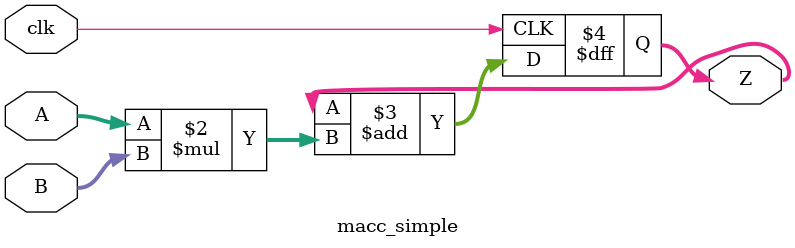
<source format=v>
module macc_simple (
    input  wire        clk,
    input  wire [ 7:0] A,
    input  wire [ 7:0] B,
    output reg  [15:0] Z
);
    always @(posedge clk)
        Z <= Z + (A * B);
endmodule
</source>
